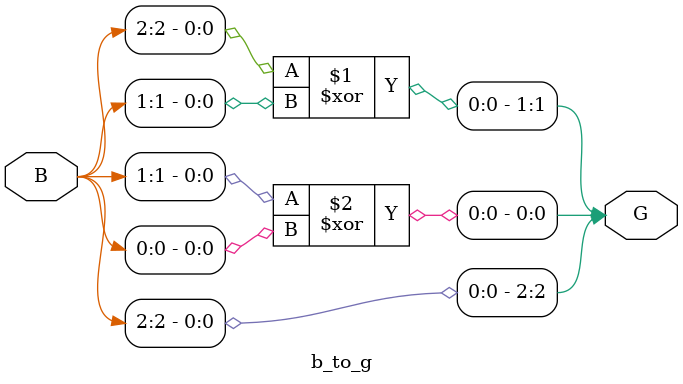
<source format=v>
module b_to_g(input [2:0]B,
         output [2:0]G
     );
 assign G[2] = B[2];
 assign G[1] = B[2] ^ B[1];
 assign G[0] = B[1] ^ B[0];

endmodule
</source>
